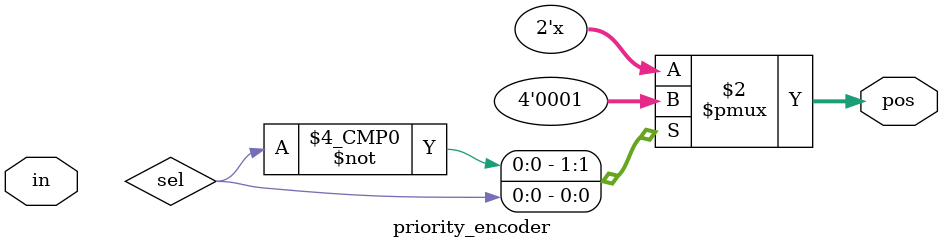
<source format=v>
module priority_encoder( 
input [2:0] in,
output reg [1:0] pos ); 
// When sel=1, assign b to out
always @ (sel or in)
begin
	case(sel)
	0: pos = 2'd0;
	1: pos = 2'd1;
	2: pos = 2'd2;
	3: pos = 2'd3;
	endcase
end
endmodule

</source>
